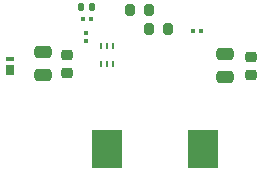
<source format=gbr>
%TF.GenerationSoftware,KiCad,Pcbnew,8.0.1*%
%TF.CreationDate,2025-05-13T16:21:41+05:45*%
%TF.ProjectId,12V-5V_buck_converter,3132562d-3556-45f6-9275-636b5f636f6e,rev?*%
%TF.SameCoordinates,Original*%
%TF.FileFunction,Paste,Top*%
%TF.FilePolarity,Positive*%
%FSLAX46Y46*%
G04 Gerber Fmt 4.6, Leading zero omitted, Abs format (unit mm)*
G04 Created by KiCad (PCBNEW 8.0.1) date 2025-05-13 16:21:41*
%MOMM*%
%LPD*%
G01*
G04 APERTURE LIST*
G04 Aperture macros list*
%AMRoundRect*
0 Rectangle with rounded corners*
0 $1 Rounding radius*
0 $2 $3 $4 $5 $6 $7 $8 $9 X,Y pos of 4 corners*
0 Add a 4 corners polygon primitive as box body*
4,1,4,$2,$3,$4,$5,$6,$7,$8,$9,$2,$3,0*
0 Add four circle primitives for the rounded corners*
1,1,$1+$1,$2,$3*
1,1,$1+$1,$4,$5*
1,1,$1+$1,$6,$7*
1,1,$1+$1,$8,$9*
0 Add four rect primitives between the rounded corners*
20,1,$1+$1,$2,$3,$4,$5,0*
20,1,$1+$1,$4,$5,$6,$7,0*
20,1,$1+$1,$6,$7,$8,$9,0*
20,1,$1+$1,$8,$9,$2,$3,0*%
G04 Aperture macros list end*
%ADD10RoundRect,0.200000X-0.200000X-0.275000X0.200000X-0.275000X0.200000X0.275000X-0.200000X0.275000X0*%
%ADD11RoundRect,0.079500X-0.079500X-0.100500X0.079500X-0.100500X0.079500X0.100500X-0.079500X0.100500X0*%
%ADD12RoundRect,0.250000X0.475000X-0.250000X0.475000X0.250000X-0.475000X0.250000X-0.475000X-0.250000X0*%
%ADD13R,2.500000X3.200000*%
%ADD14RoundRect,0.075000X0.275000X-0.390000X0.275000X0.390000X-0.275000X0.390000X-0.275000X-0.390000X0*%
%ADD15RoundRect,0.075000X0.275000X-0.075000X0.275000X0.075000X-0.275000X0.075000X-0.275000X-0.075000X0*%
%ADD16RoundRect,0.079500X0.079500X0.100500X-0.079500X0.100500X-0.079500X-0.100500X0.079500X-0.100500X0*%
%ADD17R,0.279400X0.606400*%
%ADD18RoundRect,0.225000X0.250000X-0.225000X0.250000X0.225000X-0.250000X0.225000X-0.250000X-0.225000X0*%
%ADD19RoundRect,0.079500X-0.100500X0.079500X-0.100500X-0.079500X0.100500X-0.079500X0.100500X0.079500X0*%
%ADD20RoundRect,0.140000X0.140000X0.170000X-0.140000X0.170000X-0.140000X-0.170000X0.140000X-0.170000X0*%
G04 APERTURE END LIST*
D10*
%TO.C,R2*%
X34989000Y-21082000D03*
X36639000Y-21082000D03*
%TD*%
D11*
%TO.C,R3*%
X38771000Y-21209000D03*
X39461000Y-21209000D03*
%TD*%
D12*
%TO.C,C4*%
X41485000Y-25100000D03*
X41485000Y-23200000D03*
%TD*%
D13*
%TO.C,L1*%
X31510000Y-31200000D03*
X39610000Y-31200000D03*
%TD*%
D12*
%TO.C,C1*%
X26085000Y-24900000D03*
X26085000Y-23000000D03*
%TD*%
D14*
%TO.C,D1*%
X23291000Y-24507000D03*
D15*
X23291000Y-23622000D03*
%TD*%
D10*
%TO.C,R1*%
X33388000Y-19444000D03*
X35038000Y-19444000D03*
%TD*%
D16*
%TO.C,R4*%
X30115000Y-20206000D03*
X29425000Y-20206000D03*
%TD*%
D17*
%TO.C,U1*%
X30981874Y-24001700D03*
X31482000Y-24001700D03*
X31982126Y-24001700D03*
X31982126Y-22506300D03*
X31482000Y-22506300D03*
X30981874Y-22506300D03*
%TD*%
D18*
%TO.C,C5*%
X43685000Y-24975000D03*
X43685000Y-23425000D03*
%TD*%
D19*
%TO.C,R5*%
X29704000Y-21385000D03*
X29704000Y-22075000D03*
%TD*%
D18*
%TO.C,C2*%
X28117000Y-24791000D03*
X28117000Y-23241000D03*
%TD*%
D20*
%TO.C,C3*%
X30226000Y-19190000D03*
X29266000Y-19190000D03*
%TD*%
M02*

</source>
